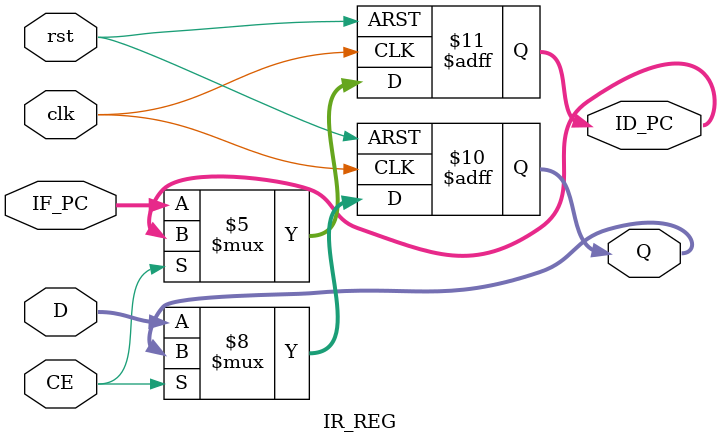
<source format=v>
`timescale 1ns / 1ps
module IR_REG(
input wire clk,
input wire rst,
input wire CE,
input wire[31:0] IF_PC,
input wire[31:0] D,

output reg[31:0] ID_PC,
output reg[31:0] Q
    );

always@(posedge clk or posedge rst) begin
	if(rst==1) begin 
		Q[31:0] <= 32'h0000_0000;
		ID_PC[31:0] <= 32'h0000_0000;
	end
	else begin
		if(CE==0) begin
			Q[31:0] <= D[31:0];
			ID_PC[31:0] <= IF_PC[31:0];
		end
		else begin
			Q[31:0] <= Q[31:0];
			ID_PC[31:0] <= ID_PC[31:0];
		end
	end
end

endmodule

</source>
